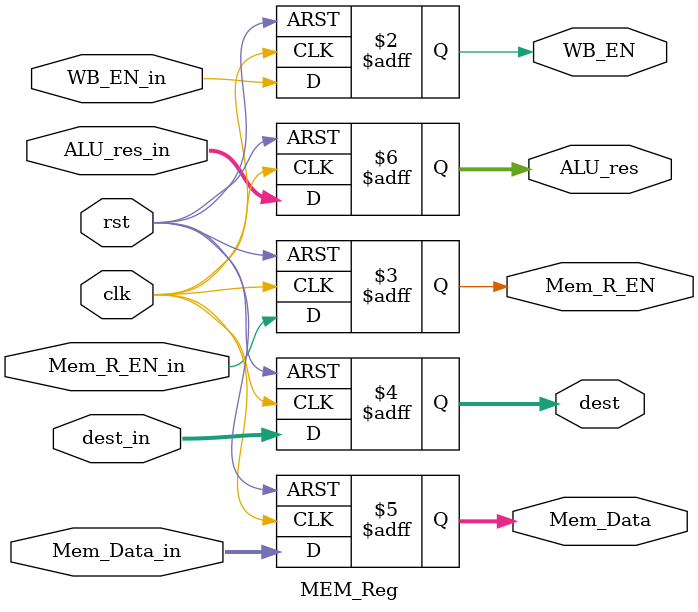
<source format=v>
module MEM_Reg (
    clk,
    rst,
    ALU_res_in,
    Mem_R_EN_in,
    WB_EN_in,
    dest_in,
    Mem_Data_in,
    
    ALU_res,
    Mem_R_EN,
    WB_EN,
    dest,
    Mem_Data
);

    input clk, rst, WB_EN_in, Mem_R_EN_in;
    input [3:0] dest_in;
    input [31:0] Mem_Data_in, ALU_res_in;

    output reg WB_EN, Mem_R_EN;
    output reg [3:0] dest;
    output reg [31:0] Mem_Data, ALU_res;

    always @(posedge clk, posedge rst) begin
        if (rst)
            {WB_EN, Mem_R_EN, dest, Mem_Data, ALU_res} <= 70'b0;
        else begin
            WB_EN <= WB_EN_in;
            Mem_R_EN <= Mem_R_EN_in;
            ALU_res <= ALU_res_in;
            Mem_Data <= Mem_Data_in;
            dest <= dest_in;
        end

    end
endmodule
</source>
